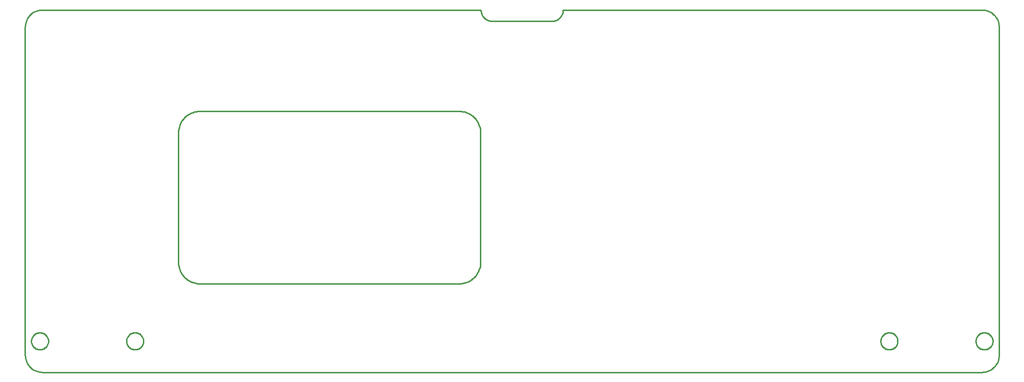
<source format=gko>
G04 EAGLE Gerber RS-274X export*
G75*
%MOMM*%
%FSLAX34Y34*%
%LPD*%
%IN*%
%IPPOS*%
%AMOC8*
5,1,8,0,0,1.08239X$1,22.5*%
G01*
%ADD10C,0.254000*%


D10*
X0Y30000D02*
X114Y27385D01*
X456Y24791D01*
X1022Y22235D01*
X1809Y19739D01*
X2811Y17321D01*
X4019Y15000D01*
X5425Y12793D01*
X7019Y10716D01*
X8787Y8787D01*
X10716Y7019D01*
X12793Y5425D01*
X15000Y4019D01*
X17321Y2811D01*
X19739Y1809D01*
X22235Y1022D01*
X24791Y456D01*
X27385Y114D01*
X30000Y0D01*
X1690000Y0D01*
X1692615Y114D01*
X1695209Y456D01*
X1697765Y1022D01*
X1700261Y1809D01*
X1702679Y2811D01*
X1705000Y4019D01*
X1707207Y5425D01*
X1709284Y7019D01*
X1711213Y8787D01*
X1712981Y10716D01*
X1714575Y12793D01*
X1715981Y15000D01*
X1717189Y17321D01*
X1718191Y19739D01*
X1718978Y22235D01*
X1719544Y24791D01*
X1719886Y27385D01*
X1720000Y30000D01*
X1720000Y610000D01*
X1719886Y612615D01*
X1719544Y615209D01*
X1718978Y617765D01*
X1718191Y620261D01*
X1717189Y622679D01*
X1715981Y625000D01*
X1714575Y627207D01*
X1712981Y629284D01*
X1711213Y631213D01*
X1709284Y632981D01*
X1707207Y634575D01*
X1705000Y635981D01*
X1702679Y637189D01*
X1700261Y638191D01*
X1697765Y638978D01*
X1695209Y639544D01*
X1692615Y639886D01*
X1690000Y640000D01*
X950000Y640000D01*
X949924Y638257D01*
X949696Y636527D01*
X949319Y634824D01*
X948794Y633160D01*
X948126Y631548D01*
X947321Y630000D01*
X946383Y628528D01*
X945321Y627144D01*
X944142Y625858D01*
X942856Y624679D01*
X941472Y623617D01*
X940000Y622680D01*
X938452Y621874D01*
X936840Y621206D01*
X935176Y620681D01*
X933473Y620304D01*
X931743Y620076D01*
X930000Y620000D01*
X825000Y620000D01*
X823257Y620076D01*
X821527Y620304D01*
X819824Y620681D01*
X818160Y621206D01*
X816548Y621874D01*
X815000Y622680D01*
X813528Y623617D01*
X812144Y624679D01*
X810858Y625858D01*
X809679Y627144D01*
X808617Y628528D01*
X807680Y630000D01*
X806874Y631548D01*
X806206Y633160D01*
X805681Y634824D01*
X805304Y636527D01*
X805076Y638257D01*
X805000Y640000D01*
X30000Y640000D01*
X27385Y639886D01*
X24791Y639544D01*
X22235Y638978D01*
X19739Y638191D01*
X17321Y637189D01*
X15000Y635981D01*
X12793Y634575D01*
X10716Y632981D01*
X8787Y631213D01*
X7019Y629284D01*
X5425Y627207D01*
X4019Y625000D01*
X2811Y622679D01*
X1809Y620261D01*
X1022Y617765D01*
X456Y615209D01*
X114Y612615D01*
X0Y610000D01*
X0Y30000D01*
X270800Y194400D02*
X270945Y191079D01*
X271379Y187784D01*
X272098Y184539D01*
X273098Y181369D01*
X274370Y178298D01*
X275904Y175350D01*
X277690Y172547D01*
X279714Y169910D01*
X281959Y167459D01*
X284410Y165214D01*
X287047Y163190D01*
X289850Y161404D01*
X292798Y159870D01*
X295869Y158598D01*
X299039Y157598D01*
X302284Y156879D01*
X305579Y156445D01*
X308900Y156300D01*
X766100Y156300D01*
X769421Y156445D01*
X772716Y156879D01*
X775961Y157598D01*
X779131Y158598D01*
X782202Y159870D01*
X785150Y161404D01*
X787953Y163190D01*
X790590Y165214D01*
X793041Y167459D01*
X795286Y169910D01*
X797310Y172547D01*
X799096Y175350D01*
X800630Y178298D01*
X801902Y181369D01*
X802902Y184539D01*
X803621Y187784D01*
X804055Y191079D01*
X804200Y194400D01*
X804200Y423000D01*
X804055Y426321D01*
X803621Y429616D01*
X802902Y432861D01*
X801902Y436031D01*
X800630Y439102D01*
X799096Y442050D01*
X797310Y444853D01*
X795286Y447490D01*
X793041Y449941D01*
X790590Y452186D01*
X787953Y454210D01*
X785150Y455996D01*
X782202Y457530D01*
X779131Y458802D01*
X775961Y459802D01*
X772716Y460521D01*
X769421Y460955D01*
X766100Y461100D01*
X308900Y461100D01*
X305579Y460955D01*
X302284Y460521D01*
X299039Y459802D01*
X295869Y458802D01*
X292798Y457530D01*
X289850Y455996D01*
X287047Y454210D01*
X284410Y452186D01*
X281959Y449941D01*
X279714Y447490D01*
X277690Y444853D01*
X275904Y442050D01*
X274370Y439102D01*
X273098Y436031D01*
X272098Y432861D01*
X271379Y429616D01*
X270945Y426321D01*
X270800Y423000D01*
X270800Y194400D01*
X209000Y54364D02*
X208924Y53296D01*
X208771Y52235D01*
X208543Y51188D01*
X208241Y50160D01*
X207867Y49156D01*
X207422Y48181D01*
X206908Y47241D01*
X206329Y46340D01*
X205687Y45482D01*
X204985Y44672D01*
X204228Y43915D01*
X203418Y43213D01*
X202560Y42571D01*
X201659Y41992D01*
X200719Y41478D01*
X199744Y41033D01*
X198740Y40659D01*
X197712Y40357D01*
X196665Y40129D01*
X195604Y39976D01*
X194536Y39900D01*
X193464Y39900D01*
X192396Y39976D01*
X191335Y40129D01*
X190288Y40357D01*
X189260Y40659D01*
X188256Y41033D01*
X187281Y41478D01*
X186341Y41992D01*
X185440Y42571D01*
X184582Y43213D01*
X183772Y43915D01*
X183015Y44672D01*
X182313Y45482D01*
X181671Y46340D01*
X181092Y47241D01*
X180578Y48181D01*
X180133Y49156D01*
X179759Y50160D01*
X179457Y51188D01*
X179229Y52235D01*
X179076Y53296D01*
X179000Y54364D01*
X179000Y55436D01*
X179076Y56504D01*
X179229Y57565D01*
X179457Y58612D01*
X179759Y59640D01*
X180133Y60644D01*
X180578Y61619D01*
X181092Y62559D01*
X181671Y63460D01*
X182313Y64318D01*
X183015Y65128D01*
X183772Y65885D01*
X184582Y66587D01*
X185440Y67229D01*
X186341Y67808D01*
X187281Y68322D01*
X188256Y68767D01*
X189260Y69141D01*
X190288Y69443D01*
X191335Y69671D01*
X192396Y69824D01*
X193464Y69900D01*
X194536Y69900D01*
X195604Y69824D01*
X196665Y69671D01*
X197712Y69443D01*
X198740Y69141D01*
X199744Y68767D01*
X200719Y68322D01*
X201659Y67808D01*
X202560Y67229D01*
X203418Y66587D01*
X204228Y65885D01*
X204985Y65128D01*
X205687Y64318D01*
X206329Y63460D01*
X206908Y62559D01*
X207422Y61619D01*
X207867Y60644D01*
X208241Y59640D01*
X208543Y58612D01*
X208771Y57565D01*
X208924Y56504D01*
X209000Y55436D01*
X209000Y54364D01*
X41000Y54364D02*
X40924Y53296D01*
X40771Y52235D01*
X40543Y51188D01*
X40241Y50160D01*
X39867Y49156D01*
X39422Y48181D01*
X38908Y47241D01*
X38329Y46340D01*
X37687Y45482D01*
X36985Y44672D01*
X36228Y43915D01*
X35418Y43213D01*
X34560Y42571D01*
X33659Y41992D01*
X32719Y41478D01*
X31744Y41033D01*
X30740Y40659D01*
X29712Y40357D01*
X28665Y40129D01*
X27604Y39976D01*
X26536Y39900D01*
X25464Y39900D01*
X24396Y39976D01*
X23335Y40129D01*
X22288Y40357D01*
X21260Y40659D01*
X20256Y41033D01*
X19281Y41478D01*
X18341Y41992D01*
X17440Y42571D01*
X16582Y43213D01*
X15772Y43915D01*
X15015Y44672D01*
X14313Y45482D01*
X13671Y46340D01*
X13092Y47241D01*
X12578Y48181D01*
X12133Y49156D01*
X11759Y50160D01*
X11457Y51188D01*
X11229Y52235D01*
X11076Y53296D01*
X11000Y54364D01*
X11000Y55436D01*
X11076Y56504D01*
X11229Y57565D01*
X11457Y58612D01*
X11759Y59640D01*
X12133Y60644D01*
X12578Y61619D01*
X13092Y62559D01*
X13671Y63460D01*
X14313Y64318D01*
X15015Y65128D01*
X15772Y65885D01*
X16582Y66587D01*
X17440Y67229D01*
X18341Y67808D01*
X19281Y68322D01*
X20256Y68767D01*
X21260Y69141D01*
X22288Y69443D01*
X23335Y69671D01*
X24396Y69824D01*
X25464Y69900D01*
X26536Y69900D01*
X27604Y69824D01*
X28665Y69671D01*
X29712Y69443D01*
X30740Y69141D01*
X31744Y68767D01*
X32719Y68322D01*
X33659Y67808D01*
X34560Y67229D01*
X35418Y66587D01*
X36228Y65885D01*
X36985Y65128D01*
X37687Y64318D01*
X38329Y63460D01*
X38908Y62559D01*
X39422Y61619D01*
X39867Y60644D01*
X40241Y59640D01*
X40543Y58612D01*
X40771Y57565D01*
X40924Y56504D01*
X41000Y55436D01*
X41000Y54364D01*
X1709000Y54364D02*
X1708924Y53296D01*
X1708771Y52235D01*
X1708543Y51188D01*
X1708241Y50160D01*
X1707867Y49156D01*
X1707422Y48181D01*
X1706908Y47241D01*
X1706329Y46340D01*
X1705687Y45482D01*
X1704985Y44672D01*
X1704228Y43915D01*
X1703418Y43213D01*
X1702560Y42571D01*
X1701659Y41992D01*
X1700719Y41478D01*
X1699744Y41033D01*
X1698740Y40659D01*
X1697712Y40357D01*
X1696665Y40129D01*
X1695604Y39976D01*
X1694536Y39900D01*
X1693464Y39900D01*
X1692396Y39976D01*
X1691335Y40129D01*
X1690288Y40357D01*
X1689260Y40659D01*
X1688256Y41033D01*
X1687281Y41478D01*
X1686341Y41992D01*
X1685440Y42571D01*
X1684582Y43213D01*
X1683772Y43915D01*
X1683015Y44672D01*
X1682313Y45482D01*
X1681671Y46340D01*
X1681092Y47241D01*
X1680578Y48181D01*
X1680133Y49156D01*
X1679759Y50160D01*
X1679457Y51188D01*
X1679229Y52235D01*
X1679076Y53296D01*
X1679000Y54364D01*
X1679000Y55436D01*
X1679076Y56504D01*
X1679229Y57565D01*
X1679457Y58612D01*
X1679759Y59640D01*
X1680133Y60644D01*
X1680578Y61619D01*
X1681092Y62559D01*
X1681671Y63460D01*
X1682313Y64318D01*
X1683015Y65128D01*
X1683772Y65885D01*
X1684582Y66587D01*
X1685440Y67229D01*
X1686341Y67808D01*
X1687281Y68322D01*
X1688256Y68767D01*
X1689260Y69141D01*
X1690288Y69443D01*
X1691335Y69671D01*
X1692396Y69824D01*
X1693464Y69900D01*
X1694536Y69900D01*
X1695604Y69824D01*
X1696665Y69671D01*
X1697712Y69443D01*
X1698740Y69141D01*
X1699744Y68767D01*
X1700719Y68322D01*
X1701659Y67808D01*
X1702560Y67229D01*
X1703418Y66587D01*
X1704228Y65885D01*
X1704985Y65128D01*
X1705687Y64318D01*
X1706329Y63460D01*
X1706908Y62559D01*
X1707422Y61619D01*
X1707867Y60644D01*
X1708241Y59640D01*
X1708543Y58612D01*
X1708771Y57565D01*
X1708924Y56504D01*
X1709000Y55436D01*
X1709000Y54364D01*
X1541000Y54364D02*
X1540924Y53296D01*
X1540771Y52235D01*
X1540543Y51188D01*
X1540241Y50160D01*
X1539867Y49156D01*
X1539422Y48181D01*
X1538908Y47241D01*
X1538329Y46340D01*
X1537687Y45482D01*
X1536985Y44672D01*
X1536228Y43915D01*
X1535418Y43213D01*
X1534560Y42571D01*
X1533659Y41992D01*
X1532719Y41478D01*
X1531744Y41033D01*
X1530740Y40659D01*
X1529712Y40357D01*
X1528665Y40129D01*
X1527604Y39976D01*
X1526536Y39900D01*
X1525464Y39900D01*
X1524396Y39976D01*
X1523335Y40129D01*
X1522288Y40357D01*
X1521260Y40659D01*
X1520256Y41033D01*
X1519281Y41478D01*
X1518341Y41992D01*
X1517440Y42571D01*
X1516582Y43213D01*
X1515772Y43915D01*
X1515015Y44672D01*
X1514313Y45482D01*
X1513671Y46340D01*
X1513092Y47241D01*
X1512578Y48181D01*
X1512133Y49156D01*
X1511759Y50160D01*
X1511457Y51188D01*
X1511229Y52235D01*
X1511076Y53296D01*
X1511000Y54364D01*
X1511000Y55436D01*
X1511076Y56504D01*
X1511229Y57565D01*
X1511457Y58612D01*
X1511759Y59640D01*
X1512133Y60644D01*
X1512578Y61619D01*
X1513092Y62559D01*
X1513671Y63460D01*
X1514313Y64318D01*
X1515015Y65128D01*
X1515772Y65885D01*
X1516582Y66587D01*
X1517440Y67229D01*
X1518341Y67808D01*
X1519281Y68322D01*
X1520256Y68767D01*
X1521260Y69141D01*
X1522288Y69443D01*
X1523335Y69671D01*
X1524396Y69824D01*
X1525464Y69900D01*
X1526536Y69900D01*
X1527604Y69824D01*
X1528665Y69671D01*
X1529712Y69443D01*
X1530740Y69141D01*
X1531744Y68767D01*
X1532719Y68322D01*
X1533659Y67808D01*
X1534560Y67229D01*
X1535418Y66587D01*
X1536228Y65885D01*
X1536985Y65128D01*
X1537687Y64318D01*
X1538329Y63460D01*
X1538908Y62559D01*
X1539422Y61619D01*
X1539867Y60644D01*
X1540241Y59640D01*
X1540543Y58612D01*
X1540771Y57565D01*
X1540924Y56504D01*
X1541000Y55436D01*
X1541000Y54364D01*
M02*

</source>
